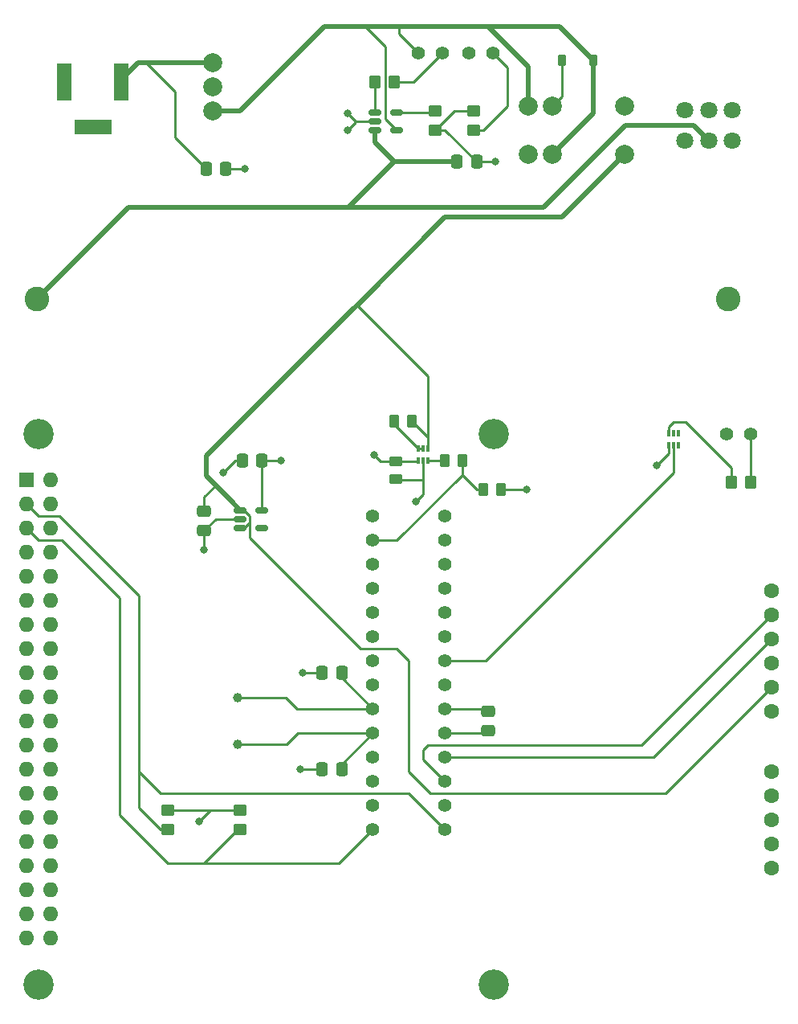
<source format=gtl>
%TF.GenerationSoftware,KiCad,Pcbnew,7.0.2-0*%
%TF.CreationDate,2023-08-30T19:58:31-04:00*%
%TF.ProjectId,Pedometer_Prototype_1,5065646f-6d65-4746-9572-5f50726f746f,rev?*%
%TF.SameCoordinates,Original*%
%TF.FileFunction,Copper,L1,Top*%
%TF.FilePolarity,Positive*%
%FSLAX46Y46*%
G04 Gerber Fmt 4.6, Leading zero omitted, Abs format (unit mm)*
G04 Created by KiCad (PCBNEW 7.0.2-0) date 2023-08-30 19:58:31*
%MOMM*%
%LPD*%
G01*
G04 APERTURE LIST*
G04 Aperture macros list*
%AMRoundRect*
0 Rectangle with rounded corners*
0 $1 Rounding radius*
0 $2 $3 $4 $5 $6 $7 $8 $9 X,Y pos of 4 corners*
0 Add a 4 corners polygon primitive as box body*
4,1,4,$2,$3,$4,$5,$6,$7,$8,$9,$2,$3,0*
0 Add four circle primitives for the rounded corners*
1,1,$1+$1,$2,$3*
1,1,$1+$1,$4,$5*
1,1,$1+$1,$6,$7*
1,1,$1+$1,$8,$9*
0 Add four rect primitives between the rounded corners*
20,1,$1+$1,$2,$3,$4,$5,0*
20,1,$1+$1,$4,$5,$6,$7,0*
20,1,$1+$1,$6,$7,$8,$9,0*
20,1,$1+$1,$8,$9,$2,$3,0*%
G04 Aperture macros list end*
%TA.AperFunction,ComponentPad*%
%ADD10C,1.400000*%
%TD*%
%TA.AperFunction,ComponentPad*%
%ADD11C,1.000000*%
%TD*%
%TA.AperFunction,SMDPad,CuDef*%
%ADD12RoundRect,0.250000X-0.450000X0.350000X-0.450000X-0.350000X0.450000X-0.350000X0.450000X0.350000X0*%
%TD*%
%TA.AperFunction,SMDPad,CuDef*%
%ADD13RoundRect,0.250000X0.337500X0.475000X-0.337500X0.475000X-0.337500X-0.475000X0.337500X-0.475000X0*%
%TD*%
%TA.AperFunction,SMDPad,CuDef*%
%ADD14RoundRect,0.250000X-0.337500X-0.475000X0.337500X-0.475000X0.337500X0.475000X-0.337500X0.475000X0*%
%TD*%
%TA.AperFunction,SMDPad,CuDef*%
%ADD15RoundRect,0.250000X-0.475000X0.337500X-0.475000X-0.337500X0.475000X-0.337500X0.475000X0.337500X0*%
%TD*%
%TA.AperFunction,SMDPad,CuDef*%
%ADD16RoundRect,0.250000X-0.350000X-0.450000X0.350000X-0.450000X0.350000X0.450000X-0.350000X0.450000X0*%
%TD*%
%TA.AperFunction,ComponentPad*%
%ADD17C,2.600000*%
%TD*%
%TA.AperFunction,SMDPad,CuDef*%
%ADD18RoundRect,0.250000X0.350000X0.450000X-0.350000X0.450000X-0.350000X-0.450000X0.350000X-0.450000X0*%
%TD*%
%TA.AperFunction,SMDPad,CuDef*%
%ADD19RoundRect,0.250000X0.262500X0.450000X-0.262500X0.450000X-0.262500X-0.450000X0.262500X-0.450000X0*%
%TD*%
%TA.AperFunction,SMDPad,CuDef*%
%ADD20RoundRect,0.250000X0.450000X-0.262500X0.450000X0.262500X-0.450000X0.262500X-0.450000X-0.262500X0*%
%TD*%
%TA.AperFunction,SMDPad,CuDef*%
%ADD21R,0.300000X0.670000*%
%TD*%
%TA.AperFunction,ComponentPad*%
%ADD22C,1.600000*%
%TD*%
%TA.AperFunction,SMDPad,CuDef*%
%ADD23RoundRect,0.250000X0.450000X-0.350000X0.450000X0.350000X-0.450000X0.350000X-0.450000X-0.350000X0*%
%TD*%
%TA.AperFunction,SMDPad,CuDef*%
%ADD24RoundRect,0.150000X-0.512500X-0.150000X0.512500X-0.150000X0.512500X0.150000X-0.512500X0.150000X0*%
%TD*%
%TA.AperFunction,SMDPad,CuDef*%
%ADD25RoundRect,0.250000X-0.262500X-0.450000X0.262500X-0.450000X0.262500X0.450000X-0.262500X0.450000X0*%
%TD*%
%TA.AperFunction,ComponentPad*%
%ADD26R,1.500000X4.000000*%
%TD*%
%TA.AperFunction,ComponentPad*%
%ADD27R,4.000000X1.500000*%
%TD*%
%TA.AperFunction,ComponentPad*%
%ADD28C,2.000000*%
%TD*%
%TA.AperFunction,ComponentPad*%
%ADD29C,3.200000*%
%TD*%
%TA.AperFunction,ComponentPad*%
%ADD30R,1.600000X1.600000*%
%TD*%
%TA.AperFunction,ComponentPad*%
%ADD31O,1.600000X1.600000*%
%TD*%
%TA.AperFunction,ComponentPad*%
%ADD32C,1.800000*%
%TD*%
%TA.AperFunction,SMDPad,CuDef*%
%ADD33RoundRect,0.225000X0.225000X0.375000X-0.225000X0.375000X-0.225000X-0.375000X0.225000X-0.375000X0*%
%TD*%
%TA.AperFunction,ViaPad*%
%ADD34C,0.800000*%
%TD*%
%TA.AperFunction,Conductor*%
%ADD35C,0.250000*%
%TD*%
%TA.AperFunction,Conductor*%
%ADD36C,0.500000*%
%TD*%
G04 APERTURE END LIST*
D10*
%TO.P,D2,1,+*%
%TO.N,/+5V*%
X110236000Y-19558000D03*
%TO.P,D2,2,-*%
%TO.N,Net-(D2--)*%
X112776000Y-19558000D03*
%TD*%
%TO.P,D1,1,+*%
%TO.N,/+3.3V*%
X115570000Y-19558000D03*
%TO.P,D1,2,-*%
%TO.N,Net-(D1--)*%
X118110000Y-19558000D03*
%TD*%
%TO.P,D4,1,+*%
%TO.N,/+3.3V*%
X142748000Y-59690000D03*
%TO.P,D4,2,-*%
%TO.N,Net-(D4--)*%
X145288000Y-59690000D03*
%TD*%
%TO.P,U1,28,RB7*%
%TO.N,/PGD*%
X113030000Y-68326000D03*
%TO.P,U1,27,RB6*%
%TO.N,/PGC*%
X113030000Y-70866000D03*
%TO.P,U1,26,RB5*%
%TO.N,/STATE*%
X113030000Y-73406000D03*
%TO.P,U1,25,RB4*%
%TO.N,unconnected-(U1-RB4-Pad25)*%
X113030000Y-75946000D03*
%TO.P,U1,24,RB3*%
%TO.N,unconnected-(U1-RB3-Pad24)*%
X113030000Y-78486000D03*
%TO.P,U1,23,RB2*%
%TO.N,unconnected-(U1-RB2-Pad23)*%
X113030000Y-81026000D03*
%TO.P,U1,22,RB1*%
%TO.N,/LED_CTRL*%
X113030000Y-83566000D03*
%TO.P,U1,21,RB0*%
%TO.N,/BATT_CHARGE*%
X113030000Y-86106000D03*
%TO.P,U1,20,VDD*%
%TO.N,/+3.3V*%
X113030000Y-88646000D03*
%TO.P,U1,19,VSS*%
%TO.N,GND*%
X113030000Y-91186000D03*
%TO.P,U1,18,RC7*%
%TO.N,/RX*%
X113030000Y-93726000D03*
%TO.P,U1,17,RC6*%
%TO.N,/TX*%
X113030000Y-96266000D03*
%TO.P,U1,16,RC5*%
%TO.N,unconnected-(U1-RC5-Pad16)*%
X113030000Y-98806000D03*
%TO.P,U1,15,RC4*%
%TO.N,/I2C_SDA*%
X113030000Y-101346000D03*
%TO.P,U1,14,RC3*%
%TO.N,/I2C_SCL*%
X105410000Y-101346000D03*
%TO.P,U1,13,RC2*%
%TO.N,unconnected-(U1-RC2-Pad13)*%
X105410000Y-98806000D03*
%TO.P,U1,12,RC1*%
%TO.N,unconnected-(U1-RC1-Pad12)*%
X105410000Y-96266000D03*
%TO.P,U1,11,RC0*%
%TO.N,unconnected-(U1-RC0-Pad11)*%
X105410000Y-93726000D03*
%TO.P,U1,10,RA6*%
%TO.N,/OSC2*%
X105410000Y-91186000D03*
%TO.P,U1,9,RA7*%
%TO.N,/OSC1*%
X105410000Y-88646000D03*
%TO.P,U1,8,VSS*%
%TO.N,GND*%
X105410000Y-86106000D03*
%TO.P,U1,7,RA5*%
%TO.N,unconnected-(U1-RA5-Pad7)*%
X105410000Y-83566000D03*
%TO.P,U1,6,RA4*%
%TO.N,unconnected-(U1-RA4-Pad6)*%
X105410000Y-81026000D03*
%TO.P,U1,5,RA3*%
%TO.N,unconnected-(U1-RA3-Pad5)*%
X105410000Y-78486000D03*
%TO.P,U1,4,RA2*%
%TO.N,unconnected-(U1-RA2-Pad4)*%
X105410000Y-75946000D03*
%TO.P,U1,3,RA1*%
%TO.N,unconnected-(U1-RA1-Pad3)*%
X105410000Y-73406000D03*
%TO.P,U1,2,RA0*%
%TO.N,/ADC0*%
X105410000Y-70866000D03*
%TO.P,U1,1,RE3/~{MCLR}*%
%TO.N,/MCLR*%
X105410000Y-68326000D03*
%TD*%
D11*
%TO.P,X1,1,1*%
%TO.N,/OSC1*%
X91186000Y-87476000D03*
%TO.P,X1,2,2*%
%TO.N,/OSC2*%
X91186000Y-92356000D03*
%TD*%
D12*
%TO.P,R3,1*%
%TO.N,GND*%
X116078000Y-25670000D03*
%TO.P,R3,2*%
%TO.N,Net-(D1--)*%
X116078000Y-27670000D03*
%TD*%
D13*
%TO.P,C2,2*%
%TO.N,GND*%
X100054500Y-94996000D03*
%TO.P,C2,1*%
%TO.N,/OSC2*%
X102129500Y-94996000D03*
%TD*%
D14*
%TO.P,C7,1*%
%TO.N,/DC_IN*%
X87841000Y-31750000D03*
%TO.P,C7,2*%
%TO.N,GND*%
X89916000Y-31750000D03*
%TD*%
D15*
%TO.P,C3,1*%
%TO.N,/LINEAR_REG_INPUT*%
X87630000Y-67796500D03*
%TO.P,C3,2*%
%TO.N,GND*%
X87630000Y-69871500D03*
%TD*%
D16*
%TO.P,R1,1*%
%TO.N,Net-(U3-STAT)*%
X105680000Y-22606000D03*
%TO.P,R1,2*%
%TO.N,Net-(D2--)*%
X107680000Y-22606000D03*
%TD*%
D17*
%TO.P,B1,2,-*%
%TO.N,GND*%
X142876000Y-45466000D03*
%TO.P,B1,1,+*%
%TO.N,/BAT*%
X69976000Y-45466000D03*
%TD*%
D18*
%TO.P,R10,1*%
%TO.N,Net-(D4--)*%
X145272000Y-64770000D03*
%TO.P,R10,2*%
%TO.N,Net-(Q2-D1)*%
X143272000Y-64770000D03*
%TD*%
D19*
%TO.P,R6,1*%
%TO.N,/LINEAR_REG_INPUT*%
X109497500Y-58293000D03*
%TO.P,R6,2*%
%TO.N,Net-(Q1-D1)*%
X107672500Y-58293000D03*
%TD*%
D20*
%TO.P,R7,1*%
%TO.N,/BATT_CHARGE*%
X107823000Y-64412500D03*
%TO.P,R7,2*%
%TO.N,GND*%
X107823000Y-62587500D03*
%TD*%
D21*
%TO.P,Q1,1,S1*%
%TO.N,GND*%
X110244000Y-62484000D03*
%TO.P,Q1,2,G1*%
%TO.N,/BATT_CHARGE*%
X110744000Y-62484000D03*
%TO.P,Q1,3,D2*%
%TO.N,Net-(Q1-D2)*%
X111244000Y-62484000D03*
%TO.P,Q1,4,S2*%
%TO.N,/LINEAR_REG_INPUT*%
X111244000Y-61214000D03*
%TO.P,Q1,5,G2*%
%TO.N,Net-(Q1-D1)*%
X110744000Y-61214000D03*
%TO.P,Q1,6,D1*%
X110244000Y-61214000D03*
%TD*%
D22*
%TO.P,J3,1,STATE*%
%TO.N,/STATE*%
X147472400Y-76200000D03*
%TO.P,J3,2,RXD*%
%TO.N,/TX*%
X147472400Y-78740000D03*
%TO.P,J3,3,TXD*%
%TO.N,/RX*%
X147472400Y-81280000D03*
%TO.P,J3,4,GND*%
%TO.N,GND*%
X147472400Y-83820000D03*
%TO.P,J3,5,VCC*%
%TO.N,/LINEAR_REG_INPUT*%
X147472400Y-86360000D03*
%TO.P,J3,6,EN*%
%TO.N,unconnected-(J3-EN-Pad6)*%
X147472400Y-88900000D03*
%TD*%
%TO.P,J2,1,Vpp*%
%TO.N,/MCLR*%
X147472400Y-105410000D03*
%TO.P,J2,2,Vdd*%
%TO.N,/+3.3V*%
X147472400Y-102870000D03*
%TO.P,J2,3,Vss*%
%TO.N,GND*%
X147472400Y-100330000D03*
%TO.P,J2,4,PGD*%
%TO.N,/PGD*%
X147472400Y-97790000D03*
%TO.P,J2,5,PGC*%
%TO.N,/PGC*%
X147472400Y-95250000D03*
%TD*%
D13*
%TO.P,C4,1*%
%TO.N,/+3.3V*%
X93726000Y-62484000D03*
%TO.P,C4,2*%
%TO.N,GND*%
X91651000Y-62484000D03*
%TD*%
D23*
%TO.P,R2,1*%
%TO.N,GND*%
X112014000Y-27654000D03*
%TO.P,R2,2*%
%TO.N,Net-(U3-PROG)*%
X112014000Y-25654000D03*
%TD*%
D24*
%TO.P,U2,1,VIN*%
%TO.N,/LINEAR_REG_INPUT*%
X91451000Y-67696000D03*
%TO.P,U2,2,GND*%
%TO.N,GND*%
X91451000Y-68646000D03*
%TO.P,U2,3,EN*%
%TO.N,/LINEAR_REG_INPUT*%
X91451000Y-69596000D03*
%TO.P,U2,4,NC*%
%TO.N,unconnected-(U2-NC-Pad4)*%
X93726000Y-69596000D03*
%TO.P,U2,5,VOUT*%
%TO.N,/+3.3V*%
X93726000Y-67696000D03*
%TD*%
D25*
%TO.P,R9,1*%
%TO.N,/ADC0*%
X117094000Y-65532000D03*
%TO.P,R9,2*%
%TO.N,GND*%
X118919000Y-65532000D03*
%TD*%
D24*
%TO.P,U3,1,STAT*%
%TO.N,Net-(U3-STAT)*%
X105675000Y-25786000D03*
%TO.P,U3,2,V_{SS}*%
%TO.N,GND*%
X105675000Y-26736000D03*
%TO.P,U3,3,V_{BAT}*%
%TO.N,/BAT*%
X105675000Y-27686000D03*
%TO.P,U3,4,V_{DD}*%
%TO.N,/+5V*%
X107950000Y-27686000D03*
%TO.P,U3,5,PROG*%
%TO.N,Net-(U3-PROG)*%
X107950000Y-25786000D03*
%TD*%
D15*
%TO.P,C6,2*%
%TO.N,GND*%
X117580500Y-90953500D03*
%TO.P,C6,1*%
%TO.N,/+3.3V*%
X117580500Y-88878500D03*
%TD*%
D13*
%TO.P,C1,2*%
%TO.N,GND*%
X100054500Y-84836000D03*
%TO.P,C1,1*%
%TO.N,/OSC1*%
X102129500Y-84836000D03*
%TD*%
D14*
%TO.P,C5,1*%
%TO.N,/BAT*%
X114278500Y-30988000D03*
%TO.P,C5,2*%
%TO.N,GND*%
X116353500Y-30988000D03*
%TD*%
D26*
%TO.P,J4,1,TIP*%
%TO.N,/DC_IN*%
X78898000Y-22606000D03*
%TO.P,J4,2,SLEEVE*%
%TO.N,GND*%
X72898000Y-22606000D03*
D27*
%TO.P,J4,3,INSERT*%
X75898000Y-27306000D03*
%TD*%
D21*
%TO.P,Q2,1,S1*%
%TO.N,GND*%
X136660000Y-60833000D03*
%TO.P,Q2,2,G1*%
%TO.N,/LED_CTRL*%
X137160000Y-60833000D03*
%TO.P,Q2,3,D2*%
%TO.N,unconnected-(Q2-D2-Pad3)*%
X137660000Y-60833000D03*
%TO.P,Q2,4,S2*%
%TO.N,unconnected-(Q2-S2-Pad4)*%
X137660000Y-59563000D03*
%TO.P,Q2,5,G2*%
%TO.N,unconnected-(Q2-G2-Pad5)*%
X137160000Y-59563000D03*
%TO.P,Q2,6,D1*%
%TO.N,Net-(Q2-D1)*%
X136660000Y-59563000D03*
%TD*%
D28*
%TO.P,PS1,1,Vin*%
%TO.N,/DC_IN*%
X88519000Y-20574000D03*
%TO.P,PS1,2,GND*%
%TO.N,GND*%
X88519000Y-23114000D03*
%TO.P,PS1,3,Vout*%
%TO.N,/+5V*%
X88519000Y-25654000D03*
%TD*%
%TO.P,K1,1,NO*%
%TO.N,/+5V*%
X121794000Y-25146000D03*
%TO.P,K1,2,-*%
%TO.N,GND*%
X124334000Y-25146000D03*
%TO.P,K1,3,C1*%
%TO.N,/LINEAR_REG_INPUT*%
X131954000Y-25146000D03*
%TO.P,K1,4,C2*%
X131954000Y-30226000D03*
%TO.P,K1,5,+*%
%TO.N,/+5V*%
X124334000Y-30226000D03*
%TO.P,K1,6,NC*%
%TO.N,/BAT_AFTER_SW*%
X121794000Y-30226000D03*
%TD*%
D29*
%TO.P,J1,*%
%TO.N,*%
X70176000Y-59663000D03*
X70176000Y-117663000D03*
X118176000Y-59663000D03*
X118176000Y-117663000D03*
D30*
%TO.P,J1,1*%
%TO.N,/+3.3V*%
X68906000Y-64533000D03*
D31*
%TO.P,J1,2*%
%TO.N,unconnected-(J1-Pad2)*%
X71446000Y-64533000D03*
%TO.P,J1,3*%
%TO.N,/I2C_SDA*%
X68906000Y-67073000D03*
%TO.P,J1,4*%
%TO.N,unconnected-(J1-Pad4)*%
X71446000Y-67073000D03*
%TO.P,J1,5*%
%TO.N,/I2C_SCL*%
X68906000Y-69613000D03*
%TO.P,J1,6*%
%TO.N,GND*%
X71446000Y-69613000D03*
%TO.P,J1,7*%
%TO.N,unconnected-(J1-Pad7)*%
X68906000Y-72153000D03*
%TO.P,J1,8*%
%TO.N,unconnected-(J1-Pad8)*%
X71446000Y-72153000D03*
%TO.P,J1,9*%
%TO.N,GND*%
X68906000Y-74693000D03*
%TO.P,J1,10*%
%TO.N,unconnected-(J1-Pad10)*%
X71446000Y-74693000D03*
%TO.P,J1,11*%
%TO.N,unconnected-(J1-Pad11)*%
X68906000Y-77233000D03*
%TO.P,J1,12*%
%TO.N,unconnected-(J1-Pad12)*%
X71446000Y-77233000D03*
%TO.P,J1,13*%
%TO.N,unconnected-(J1-Pad13)*%
X68906000Y-79773000D03*
%TO.P,J1,14*%
%TO.N,GND*%
X71446000Y-79773000D03*
%TO.P,J1,15*%
%TO.N,unconnected-(J1-Pad15)*%
X68906000Y-82313000D03*
%TO.P,J1,16*%
%TO.N,unconnected-(J1-Pad16)*%
X71446000Y-82313000D03*
%TO.P,J1,17*%
%TO.N,/+3.3V*%
X68906000Y-84853000D03*
%TO.P,J1,18*%
%TO.N,unconnected-(J1-Pad18)*%
X71446000Y-84853000D03*
%TO.P,J1,19*%
%TO.N,unconnected-(J1-Pad19)*%
X68906000Y-87393000D03*
%TO.P,J1,20*%
%TO.N,GND*%
X71446000Y-87393000D03*
%TO.P,J1,21*%
%TO.N,unconnected-(J1-Pad21)*%
X68906000Y-89933000D03*
%TO.P,J1,22*%
%TO.N,unconnected-(J1-Pad22)*%
X71446000Y-89933000D03*
%TO.P,J1,23*%
%TO.N,unconnected-(J1-Pad23)*%
X68906000Y-92473000D03*
%TO.P,J1,24*%
%TO.N,unconnected-(J1-Pad24)*%
X71446000Y-92473000D03*
%TO.P,J1,25*%
%TO.N,GND*%
X68906000Y-95013000D03*
%TO.P,J1,26*%
%TO.N,unconnected-(J1-Pad26)*%
X71446000Y-95013000D03*
%TO.P,J1,27*%
%TO.N,unconnected-(J1-Pad27)*%
X68906000Y-97553000D03*
%TO.P,J1,28*%
%TO.N,unconnected-(J1-Pad28)*%
X71446000Y-97553000D03*
%TO.P,J1,29*%
%TO.N,unconnected-(J1-Pad29)*%
X68906000Y-100093000D03*
%TO.P,J1,30*%
%TO.N,GND*%
X71446000Y-100093000D03*
%TO.P,J1,31*%
%TO.N,unconnected-(J1-Pad31)*%
X68906000Y-102633000D03*
%TO.P,J1,32*%
%TO.N,unconnected-(J1-Pad32)*%
X71446000Y-102633000D03*
%TO.P,J1,33*%
%TO.N,unconnected-(J1-Pad33)*%
X68906000Y-105173000D03*
%TO.P,J1,34*%
%TO.N,GND*%
X71446000Y-105173000D03*
%TO.P,J1,35*%
%TO.N,unconnected-(J1-Pad35)*%
X68906000Y-107713000D03*
%TO.P,J1,36*%
%TO.N,unconnected-(J1-Pad36)*%
X71446000Y-107713000D03*
%TO.P,J1,37*%
%TO.N,unconnected-(J1-Pad37)*%
X68906000Y-110253000D03*
%TO.P,J1,38*%
%TO.N,unconnected-(J1-Pad38)*%
X71446000Y-110253000D03*
%TO.P,J1,39*%
%TO.N,GND*%
X68906000Y-112793000D03*
%TO.P,J1,40*%
%TO.N,unconnected-(J1-Pad40)*%
X71446000Y-112793000D03*
%TD*%
D25*
%TO.P,R8,1*%
%TO.N,Net-(Q1-D2)*%
X113006500Y-62484000D03*
%TO.P,R8,2*%
%TO.N,/ADC0*%
X114831500Y-62484000D03*
%TD*%
D12*
%TO.P,R5,1*%
%TO.N,/+3.3V*%
X83820000Y-99314000D03*
%TO.P,R5,2*%
%TO.N,/I2C_SDA*%
X83820000Y-101314000D03*
%TD*%
%TO.P,R4,1*%
%TO.N,/+3.3V*%
X91440000Y-99330000D03*
%TO.P,R4,2*%
%TO.N,/I2C_SCL*%
X91440000Y-101330000D03*
%TD*%
D32*
%TO.P,SW1,6,NC*%
%TO.N,unconnected-(SW1-NC-Pad6)*%
X143344000Y-28803000D03*
%TO.P,SW1,5,C*%
%TO.N,/BAT*%
X140844000Y-28803000D03*
%TO.P,SW1,4,NO*%
%TO.N,/BAT_AFTER_SW*%
X138344000Y-28803000D03*
%TO.P,SW1,3,NC*%
%TO.N,unconnected-(SW1-NC-Pad3)*%
X143344000Y-25553000D03*
%TO.P,SW1,2,C*%
%TO.N,unconnected-(SW1-C-Pad2)*%
X140844000Y-25553000D03*
%TO.P,SW1,1,NO*%
%TO.N,unconnected-(SW1-NO-Pad1)*%
X138344000Y-25553000D03*
%TD*%
D33*
%TO.P,D3,1,K*%
%TO.N,/+5V*%
X128650000Y-20320000D03*
%TO.P,D3,2,A*%
%TO.N,GND*%
X125350000Y-20320000D03*
%TD*%
D34*
%TO.N,GND*%
X102743000Y-25908000D03*
X102743000Y-27686000D03*
%TO.N,/+3.3V*%
X87122000Y-100457000D03*
%TO.N,GND*%
X135382000Y-62992000D03*
X121666000Y-65532000D03*
%TO.N,/BATT_CHARGE*%
X109982000Y-66802000D03*
%TO.N,GND*%
X98044000Y-84836000D03*
X97790000Y-94996000D03*
X118364000Y-30988000D03*
X91948000Y-31750000D03*
X89662000Y-63754000D03*
X105537000Y-61849000D03*
X87630000Y-71882000D03*
%TO.N,/+3.3V*%
X95758000Y-62484000D03*
%TD*%
D35*
%TO.N,GND*%
X103571000Y-26858000D02*
X103571000Y-26797000D01*
X105675000Y-26736000D02*
X103632000Y-26736000D01*
X103571000Y-26797000D02*
X103571000Y-26736000D01*
X103632000Y-26736000D02*
X103571000Y-26797000D01*
X102743000Y-27686000D02*
X103571000Y-26858000D01*
X103571000Y-26736000D02*
X102743000Y-25908000D01*
D36*
%TO.N,/BAT*%
X114278500Y-30988000D02*
X108977000Y-30988000D01*
D35*
%TO.N,/ADC0*%
X114831500Y-63984500D02*
X114831500Y-62484000D01*
%TO.N,/+3.3V*%
X91440000Y-99330000D02*
X88265000Y-99330000D01*
X88265000Y-99330000D02*
X88249000Y-99330000D01*
X88249000Y-99330000D02*
X87122000Y-100457000D01*
X83836000Y-99330000D02*
X88265000Y-99330000D01*
X83820000Y-99314000D02*
X83836000Y-99330000D01*
%TO.N,/LINEAR_REG_INPUT*%
X104151000Y-82296000D02*
X92456000Y-70601000D01*
X92456000Y-70601000D02*
X92456000Y-68975251D01*
X107950000Y-82296000D02*
X109220000Y-83566000D01*
X111506000Y-97536000D02*
X136296400Y-97536000D01*
X109220000Y-83566000D02*
X109220000Y-95250000D01*
X104151000Y-82296000D02*
X107950000Y-82296000D01*
X109220000Y-95250000D02*
X111506000Y-97536000D01*
X136296400Y-97536000D02*
X147472400Y-86360000D01*
%TO.N,GND*%
X136660000Y-60833000D02*
X136660000Y-61714000D01*
X136660000Y-61714000D02*
X135382000Y-62992000D01*
X118919000Y-65532000D02*
X121666000Y-65532000D01*
%TO.N,/ADC0*%
X117094000Y-65532000D02*
X116379000Y-65532000D01*
X116379000Y-65532000D02*
X114831500Y-63984500D01*
X105410000Y-70866000D02*
X107950000Y-70866000D01*
X107950000Y-70866000D02*
X114831500Y-63984500D01*
D36*
%TO.N,/BAT*%
X102870000Y-35814000D02*
X123444000Y-35814000D01*
X123444000Y-35814000D02*
X132080000Y-27178000D01*
X139219000Y-27178000D02*
X140844000Y-28803000D01*
X132080000Y-27178000D02*
X139219000Y-27178000D01*
%TO.N,/LINEAR_REG_INPUT*%
X103759000Y-46101000D02*
X113030000Y-36830000D01*
X113030000Y-36830000D02*
X125350000Y-36830000D01*
X125350000Y-36830000D02*
X131954000Y-30226000D01*
%TO.N,/BAT*%
X69976000Y-45466000D02*
X79628000Y-35814000D01*
X79628000Y-35814000D02*
X98806000Y-35814000D01*
X99822000Y-35814000D02*
X102870000Y-35814000D01*
X98806000Y-35814000D02*
X99822000Y-35814000D01*
X102870000Y-35814000D02*
X107696000Y-30988000D01*
%TO.N,/LINEAR_REG_INPUT*%
X103378000Y-46482000D02*
X103759000Y-46101000D01*
D35*
X111244000Y-60039500D02*
X111244000Y-53586000D01*
X111244000Y-53586000D02*
X103759000Y-46101000D01*
D36*
X87884000Y-61976000D02*
X103378000Y-46482000D01*
D35*
X91451000Y-69596000D02*
X91835251Y-69596000D01*
X91835251Y-69596000D02*
X92456000Y-68975251D01*
X92456000Y-68975251D02*
X92456000Y-68316749D01*
%TO.N,/BATT_CHARGE*%
X110744000Y-64516000D02*
X110744000Y-66040000D01*
X110744000Y-66040000D02*
X109982000Y-66802000D01*
D36*
%TO.N,/LINEAR_REG_INPUT*%
X89982500Y-66227500D02*
X88839500Y-65084500D01*
X90490500Y-66735500D02*
X89982500Y-66227500D01*
D35*
%TO.N,/OSC2*%
X105410000Y-91186000D02*
X97536000Y-91186000D01*
X97536000Y-91186000D02*
X96366000Y-92356000D01*
X96366000Y-92356000D02*
X91186000Y-92356000D01*
%TO.N,/OSC1*%
X105410000Y-88646000D02*
X97436000Y-88646000D01*
X97436000Y-88646000D02*
X96266000Y-87476000D01*
X96266000Y-87476000D02*
X91186000Y-87476000D01*
D36*
%TO.N,/LINEAR_REG_INPUT*%
X88839500Y-65084500D02*
X87884000Y-64129000D01*
X87884000Y-64129000D02*
X87884000Y-61976000D01*
D35*
%TO.N,GND*%
X113030000Y-91186000D02*
X117348000Y-91186000D01*
X117348000Y-91186000D02*
X117580500Y-90953500D01*
%TO.N,/I2C_SDA*%
X80772000Y-95250000D02*
X83058000Y-97536000D01*
X83058000Y-97536000D02*
X109220000Y-97536000D01*
X109220000Y-97536000D02*
X113030000Y-101346000D01*
X80772000Y-95250000D02*
X80772000Y-76708000D01*
X80772000Y-76708000D02*
X72390000Y-68326000D01*
X72390000Y-68326000D02*
X70159000Y-68326000D01*
X70159000Y-68326000D02*
X68906000Y-67073000D01*
%TO.N,/I2C_SCL*%
X87630000Y-104902000D02*
X83820000Y-104902000D01*
X83820000Y-104902000D02*
X78740000Y-99822000D01*
X78740000Y-99822000D02*
X78740000Y-76962000D01*
X78740000Y-76962000D02*
X72644000Y-70866000D01*
X72644000Y-70866000D02*
X70159000Y-70866000D01*
X70159000Y-70866000D02*
X68906000Y-69613000D01*
%TO.N,/BATT_CHARGE*%
X110744000Y-64516000D02*
X110744000Y-62484000D01*
X110744000Y-64516000D02*
X107926500Y-64516000D01*
X107926500Y-64516000D02*
X107823000Y-64412500D01*
%TO.N,GND*%
X100054500Y-84836000D02*
X98044000Y-84836000D01*
X100054500Y-94996000D02*
X97790000Y-94996000D01*
%TO.N,/OSC1*%
X102129500Y-84836000D02*
X102129500Y-85365500D01*
X102129500Y-85365500D02*
X105410000Y-88646000D01*
%TO.N,/OSC2*%
X102129500Y-94996000D02*
X102129500Y-94466500D01*
X102129500Y-94466500D02*
X105410000Y-91186000D01*
%TO.N,/I2C_SCL*%
X87630000Y-104902000D02*
X101854000Y-104902000D01*
X101854000Y-104902000D02*
X105410000Y-101346000D01*
%TO.N,/RX*%
X147472400Y-81280000D02*
X135026400Y-93726000D01*
X135026400Y-93726000D02*
X113030000Y-93726000D01*
%TO.N,/TX*%
X113030000Y-96266000D02*
X110744000Y-93980000D01*
X110744000Y-93980000D02*
X110744000Y-92964000D01*
X111252000Y-92456000D02*
X133756400Y-92456000D01*
X133756400Y-92456000D02*
X147472400Y-78740000D01*
X110744000Y-92964000D02*
X111252000Y-92456000D01*
%TO.N,/+3.3V*%
X113030000Y-88646000D02*
X117348000Y-88646000D01*
X117348000Y-88646000D02*
X117580500Y-88878500D01*
%TO.N,/LED_CTRL*%
X113030000Y-83566000D02*
X117348000Y-83566000D01*
D36*
%TO.N,/BAT*%
X107696000Y-30988000D02*
X108977000Y-30988000D01*
D35*
%TO.N,/LINEAR_REG_INPUT*%
X109497500Y-58293000D02*
X111244000Y-60039500D01*
D36*
%TO.N,/BAT*%
X105675000Y-28967000D02*
X105675000Y-27686000D01*
D35*
%TO.N,/LINEAR_REG_INPUT*%
X111244000Y-61214000D02*
X111244000Y-60039500D01*
D36*
%TO.N,/BAT*%
X107696000Y-30988000D02*
X105675000Y-28967000D01*
D35*
%TO.N,GND*%
X113019500Y-27654000D02*
X116353500Y-30988000D01*
X89916000Y-31750000D02*
X91948000Y-31750000D01*
X87630000Y-69871500D02*
X88855500Y-68646000D01*
X105537000Y-61849000D02*
X106275500Y-62587500D01*
X110140500Y-62587500D02*
X110244000Y-62484000D01*
X91651000Y-62484000D02*
X90932000Y-62484000D01*
X125350000Y-24130000D02*
X125350000Y-20320000D01*
X90932000Y-62484000D02*
X89662000Y-63754000D01*
X88855500Y-68646000D02*
X91451000Y-68646000D01*
X113998000Y-25670000D02*
X112014000Y-27654000D01*
X116078000Y-25670000D02*
X113998000Y-25670000D01*
X106275500Y-62587500D02*
X107823000Y-62587500D01*
X112014000Y-27654000D02*
X113019500Y-27654000D01*
X124334000Y-25146000D02*
X125350000Y-24130000D01*
X107823000Y-62587500D02*
X110140500Y-62587500D01*
X116353500Y-30988000D02*
X118364000Y-30988000D01*
X87630000Y-69871500D02*
X87630000Y-71882000D01*
%TO.N,/+3.3V*%
X93726000Y-62484000D02*
X95504000Y-62484000D01*
X93726000Y-67696000D02*
X93726000Y-62484000D01*
X95504000Y-62484000D02*
X95758000Y-62484000D01*
%TO.N,Net-(D1--)*%
X119634000Y-21082000D02*
X119634000Y-25146000D01*
X117110000Y-27670000D02*
X116078000Y-27670000D01*
X119634000Y-25146000D02*
X117110000Y-27670000D01*
X118110000Y-19558000D02*
X119634000Y-21082000D01*
%TO.N,/+5V*%
X108204000Y-17526000D02*
X108204000Y-16764000D01*
X110236000Y-19558000D02*
X108204000Y-17526000D01*
D36*
X100330000Y-16764000D02*
X104648000Y-16764000D01*
X108204000Y-16764000D02*
X117602000Y-16764000D01*
X117602000Y-16764000D02*
X118618000Y-17780000D01*
X104648000Y-16764000D02*
X108204000Y-16764000D01*
X124334000Y-30226000D02*
X128650000Y-25910000D01*
X128650000Y-20320000D02*
X125094000Y-16764000D01*
D35*
X106755000Y-26491000D02*
X106755000Y-18871000D01*
X106755000Y-18871000D02*
X104648000Y-16764000D01*
D36*
X88519000Y-25654000D02*
X91440000Y-25654000D01*
D35*
X107950000Y-27686000D02*
X106755000Y-26491000D01*
D36*
X92964000Y-24130000D02*
X96266000Y-20828000D01*
X121794000Y-25146000D02*
X121794000Y-20956000D01*
X121794000Y-20956000D02*
X118618000Y-17780000D01*
X125094000Y-16764000D02*
X117602000Y-16764000D01*
X91440000Y-25654000D02*
X92964000Y-24130000D01*
X128650000Y-25910000D02*
X128650000Y-20320000D01*
X96266000Y-20828000D02*
X100330000Y-16764000D01*
D35*
%TO.N,Net-(D2--)*%
X109728000Y-22606000D02*
X112776000Y-19558000D01*
X107680000Y-22606000D02*
X109728000Y-22606000D01*
%TO.N,/I2C_SDA*%
X80772000Y-99060000D02*
X80772000Y-95250000D01*
X83820000Y-101314000D02*
X83026000Y-101314000D01*
X83026000Y-101314000D02*
X80772000Y-99060000D01*
%TO.N,/I2C_SCL*%
X87630000Y-104902000D02*
X91202000Y-101330000D01*
X91202000Y-101330000D02*
X91440000Y-101330000D01*
%TO.N,/LINEAR_REG_INPUT*%
X91835251Y-67696000D02*
X91451000Y-67696000D01*
X87630000Y-66294000D02*
X88839500Y-65084500D01*
X87630000Y-67796500D02*
X87630000Y-66294000D01*
D36*
X91451000Y-67696000D02*
X90490500Y-66735500D01*
D35*
X92456000Y-68316749D02*
X91835251Y-67696000D01*
%TO.N,Net-(D4--)*%
X145288000Y-64754000D02*
X145288000Y-59690000D01*
X145272000Y-64770000D02*
X145288000Y-64754000D01*
%TO.N,Net-(U3-STAT)*%
X105675000Y-25786000D02*
X105675000Y-22611000D01*
X105675000Y-22611000D02*
X105680000Y-22606000D01*
%TO.N,Net-(U3-PROG)*%
X111882000Y-25786000D02*
X112014000Y-25654000D01*
X107950000Y-25786000D02*
X111882000Y-25786000D01*
%TO.N,Net-(Q1-D2)*%
X113006500Y-62484000D02*
X111244000Y-62484000D01*
%TO.N,Net-(Q1-D1)*%
X110744000Y-61214000D02*
X110244000Y-61214000D01*
X107672500Y-58642500D02*
X107672500Y-58293000D01*
X110244000Y-61214000D02*
X107672500Y-58642500D01*
%TO.N,/LED_CTRL*%
X117348000Y-83566000D02*
X137160000Y-63754000D01*
X137160000Y-63754000D02*
X137160000Y-60833000D01*
%TO.N,Net-(Q2-D1)*%
X137168000Y-58420000D02*
X138430000Y-58420000D01*
X139970000Y-59960000D02*
X138430000Y-58420000D01*
X143272000Y-63262000D02*
X139970000Y-59960000D01*
X136660000Y-59563000D02*
X136660000Y-58928000D01*
X136660000Y-58928000D02*
X137168000Y-58420000D01*
X143272000Y-64770000D02*
X143272000Y-63262000D01*
%TO.N,/DC_IN*%
X84582000Y-23622000D02*
X81534000Y-20574000D01*
D36*
X78898000Y-22319604D02*
X80643604Y-20574000D01*
X78898000Y-22606000D02*
X78898000Y-22319604D01*
D35*
X87841000Y-31707000D02*
X84582000Y-28448000D01*
X87841000Y-31750000D02*
X87841000Y-31707000D01*
D36*
X80643604Y-20574000D02*
X88519000Y-20574000D01*
D35*
X84582000Y-28448000D02*
X84582000Y-23622000D01*
%TD*%
M02*

</source>
